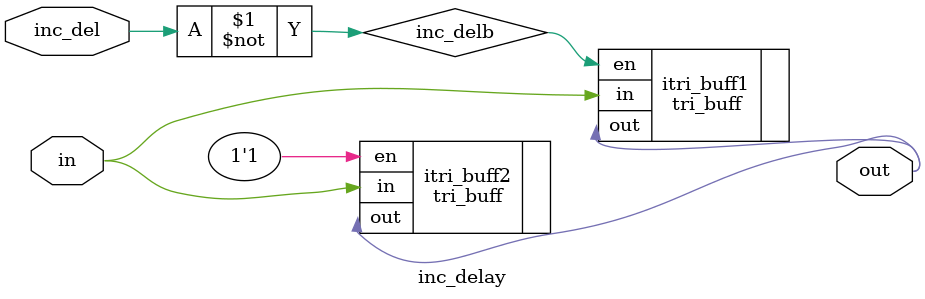
<source format=sv>
module inc_delay (
    input in,
    input inc_del,
    output out
);

assign inc_delb =  ~inc_del;

tri_buff itri_buff1(.in(in), .out(out), .en(inc_delb));
tri_buff itri_buff2(.in(in), .out(out), .en(1'b1));

endmodule





</source>
